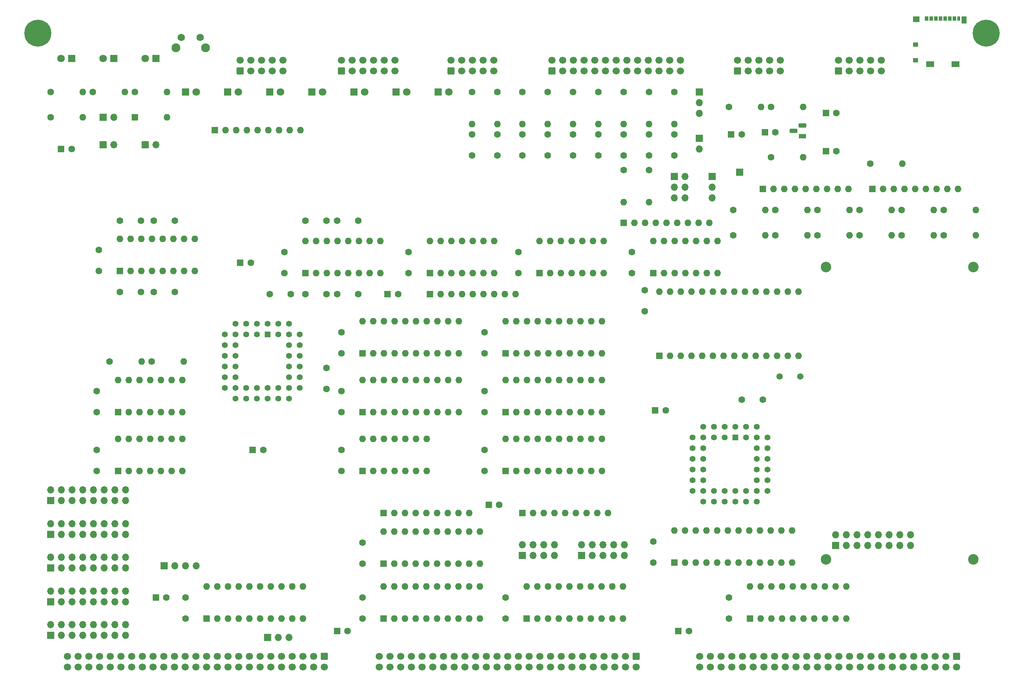
<source format=gbr>
%TF.GenerationSoftware,KiCad,Pcbnew,(6.0.11)*%
%TF.CreationDate,2023-11-08T11:43:00-05:00*%
%TF.ProjectId,input-output.Multi,696e7075-742d-46f7-9574-7075742e4d75,rev?*%
%TF.SameCoordinates,Original*%
%TF.FileFunction,Soldermask,Top*%
%TF.FilePolarity,Negative*%
%FSLAX46Y46*%
G04 Gerber Fmt 4.6, Leading zero omitted, Abs format (unit mm)*
G04 Created by KiCad (PCBNEW (6.0.11)) date 2023-11-08 11:43:00*
%MOMM*%
%LPD*%
G01*
G04 APERTURE LIST*
G04 Aperture macros list*
%AMRoundRect*
0 Rectangle with rounded corners*
0 $1 Rounding radius*
0 $2 $3 $4 $5 $6 $7 $8 $9 X,Y pos of 4 corners*
0 Add a 4 corners polygon primitive as box body*
4,1,4,$2,$3,$4,$5,$6,$7,$8,$9,$2,$3,0*
0 Add four circle primitives for the rounded corners*
1,1,$1+$1,$2,$3*
1,1,$1+$1,$4,$5*
1,1,$1+$1,$6,$7*
1,1,$1+$1,$8,$9*
0 Add four rect primitives between the rounded corners*
20,1,$1+$1,$2,$3,$4,$5,0*
20,1,$1+$1,$4,$5,$6,$7,0*
20,1,$1+$1,$6,$7,$8,$9,0*
20,1,$1+$1,$8,$9,$2,$3,0*%
G04 Aperture macros list end*
%ADD10R,1.600000X1.600000*%
%ADD11C,1.600000*%
%ADD12O,1.600000X1.600000*%
%ADD13R,1.800000X1.800000*%
%ADD14C,1.800000*%
%ADD15C,6.400000*%
%ADD16R,1.700000X1.700000*%
%ADD17O,1.700000X1.700000*%
%ADD18RoundRect,0.250000X0.600000X-0.600000X0.600000X0.600000X-0.600000X0.600000X-0.600000X-0.600000X0*%
%ADD19C,1.700000*%
%ADD20R,1.422400X1.422400*%
%ADD21C,1.422400*%
%ADD22R,1.800000X1.100000*%
%ADD23RoundRect,0.275000X0.625000X-0.275000X0.625000X0.275000X-0.625000X0.275000X-0.625000X-0.275000X0*%
%ADD24C,2.100000*%
%ADD25C,1.750000*%
%ADD26RoundRect,0.250000X-0.600000X0.600000X-0.600000X-0.600000X0.600000X-0.600000X0.600000X0.600000X0*%
%ADD27R,0.850000X1.100000*%
%ADD28R,0.750000X1.100000*%
%ADD29R,1.200000X1.000000*%
%ADD30R,1.170000X1.800000*%
%ADD31R,1.900000X1.350000*%
%ADD32R,1.550000X1.350000*%
%ADD33C,1.500000*%
%ADD34C,2.500000*%
G04 APERTURE END LIST*
D10*
%TO.C,C1*%
X45500000Y-102500000D03*
D11*
X48000000Y-102500000D03*
%TD*%
D10*
%TO.C,C21*%
X204500000Y-99000000D03*
D11*
X207000000Y-99000000D03*
%TD*%
D10*
%TO.C,C22*%
X212500000Y-98500000D03*
D11*
X215000000Y-98500000D03*
%TD*%
%TO.C,C23*%
X154000000Y-127000000D03*
X154000000Y-132000000D03*
%TD*%
%TO.C,C24*%
X184000000Y-136000000D03*
X184000000Y-141000000D03*
%TD*%
%TO.C,C25*%
X54000000Y-160000000D03*
X54000000Y-165000000D03*
%TD*%
%TO.C,C26*%
X128000000Y-127000000D03*
X128000000Y-132000000D03*
%TD*%
%TO.C,C27*%
X186000000Y-195750000D03*
X186000000Y-200750000D03*
%TD*%
%TO.C,C28*%
X112000000Y-160000000D03*
X112000000Y-165000000D03*
%TD*%
%TO.C,C29*%
X112000000Y-146000000D03*
X112000000Y-151000000D03*
%TD*%
%TO.C,C30*%
X112000000Y-174000000D03*
X112000000Y-179000000D03*
%TD*%
%TO.C,C32*%
X204000000Y-209000000D03*
X204000000Y-214000000D03*
%TD*%
%TO.C,C33*%
X151000000Y-209000000D03*
X151000000Y-214000000D03*
%TD*%
D10*
%TO.C,C34*%
X186500000Y-164550000D03*
D11*
X189000000Y-164550000D03*
%TD*%
D10*
%TO.C,C35*%
X68000000Y-209000000D03*
D11*
X70500000Y-209000000D03*
%TD*%
D10*
%TO.C,C45*%
X123000000Y-137000000D03*
D11*
X125500000Y-137000000D03*
%TD*%
%TO.C,C46*%
X117000000Y-209000000D03*
X117000000Y-214000000D03*
%TD*%
%TO.C,C47*%
X181000000Y-127000000D03*
X181000000Y-132000000D03*
%TD*%
%TO.C,C48*%
X54000000Y-174000000D03*
X54000000Y-179000000D03*
%TD*%
%TO.C,C49*%
X108500000Y-154500000D03*
X108500000Y-159500000D03*
%TD*%
%TO.C,C53*%
X95000000Y-137000000D03*
X100000000Y-137000000D03*
%TD*%
D10*
%TO.C,C54*%
X111000000Y-217000000D03*
D11*
X113500000Y-217000000D03*
%TD*%
D10*
%TO.C,C55*%
X91000000Y-174000000D03*
D11*
X93500000Y-174000000D03*
%TD*%
%TO.C,C56*%
X117000000Y-196000000D03*
X117000000Y-201000000D03*
%TD*%
%TO.C,C57*%
X146000000Y-146000000D03*
X146000000Y-151000000D03*
%TD*%
D10*
%TO.C,C65*%
X147000000Y-187000000D03*
D11*
X149500000Y-187000000D03*
%TD*%
D10*
%TO.C,C66*%
X88000000Y-129500000D03*
D11*
X90500000Y-129500000D03*
%TD*%
D10*
%TO.C,C72*%
X227000000Y-94000000D03*
D11*
X229500000Y-94000000D03*
%TD*%
D10*
%TO.C,C73*%
X227000000Y-103000000D03*
D11*
X229500000Y-103000000D03*
%TD*%
D10*
%TO.C,D1*%
X63000000Y-95000000D03*
D12*
X70620000Y-95000000D03*
%TD*%
D13*
%TO.C,D10*%
X135000000Y-89000000D03*
D14*
X137540000Y-89000000D03*
%TD*%
D15*
%TO.C,H2*%
X265000000Y-75000000D03*
%TD*%
D16*
%TO.C,J3*%
X65500000Y-101500000D03*
D17*
X68040000Y-101500000D03*
%TD*%
D18*
%TO.C,J6*%
X112000000Y-84000000D03*
D19*
X112000000Y-81460000D03*
X114540000Y-84000000D03*
X114540000Y-81460000D03*
X117080000Y-84000000D03*
X117080000Y-81460000D03*
X119620000Y-84000000D03*
X119620000Y-81460000D03*
X122160000Y-84000000D03*
X122160000Y-81460000D03*
X124700000Y-84000000D03*
X124700000Y-81460000D03*
%TD*%
D16*
%TO.C,J11*%
X191000000Y-109000000D03*
D17*
X193540000Y-109000000D03*
X191000000Y-111540000D03*
X193540000Y-111540000D03*
X191000000Y-114080000D03*
X193540000Y-114080000D03*
%TD*%
D16*
%TO.C,JP1*%
X55500000Y-95000000D03*
D17*
X58040000Y-95000000D03*
%TD*%
D18*
%TO.C,P4*%
X88000000Y-84000000D03*
D19*
X88000000Y-81460000D03*
X90540000Y-84000000D03*
X90540000Y-81460000D03*
X93080000Y-84000000D03*
X93080000Y-81460000D03*
X95620000Y-84000000D03*
X95620000Y-81460000D03*
X98160000Y-84000000D03*
X98160000Y-81460000D03*
%TD*%
D18*
%TO.C,P5*%
X138000000Y-84000000D03*
D19*
X138000000Y-81460000D03*
X140540000Y-84000000D03*
X140540000Y-81460000D03*
X143080000Y-84000000D03*
X143080000Y-81460000D03*
X145620000Y-84000000D03*
X145620000Y-81460000D03*
X148160000Y-84000000D03*
X148160000Y-81460000D03*
%TD*%
D11*
%TO.C,R2*%
X43000000Y-95000000D03*
D12*
X50620000Y-95000000D03*
%TD*%
D11*
%TO.C,R5*%
X53000000Y-89000000D03*
D12*
X60620000Y-89000000D03*
%TD*%
D11*
%TO.C,R8*%
X63000000Y-89000000D03*
D12*
X70620000Y-89000000D03*
%TD*%
D11*
%TO.C,R9*%
X57000000Y-153000000D03*
D12*
X64620000Y-153000000D03*
%TD*%
D11*
%TO.C,R12*%
X67000000Y-153000000D03*
D12*
X74620000Y-153000000D03*
%TD*%
D11*
%TO.C,R26*%
X191000000Y-89000000D03*
D12*
X191000000Y-96620000D03*
%TD*%
D11*
%TO.C,R31*%
X204000000Y-92500000D03*
D12*
X211620000Y-92500000D03*
%TD*%
D11*
%TO.C,R32*%
X214000000Y-92500000D03*
D12*
X221620000Y-92500000D03*
%TD*%
D11*
%TO.C,R33*%
X214000000Y-104500000D03*
D12*
X221620000Y-104500000D03*
%TD*%
D11*
%TO.C,R35*%
X179000000Y-107500000D03*
D12*
X179000000Y-115120000D03*
%TD*%
D11*
%TO.C,R36*%
X237500000Y-106000000D03*
D12*
X245120000Y-106000000D03*
%TD*%
D10*
%TO.C,RN1*%
X212000000Y-112000000D03*
D12*
X214540000Y-112000000D03*
X217080000Y-112000000D03*
X219620000Y-112000000D03*
X222160000Y-112000000D03*
X224700000Y-112000000D03*
X227240000Y-112000000D03*
X229780000Y-112000000D03*
X232320000Y-112000000D03*
%TD*%
D10*
%TO.C,RN4*%
X238000000Y-112000000D03*
D12*
X240540000Y-112000000D03*
X243080000Y-112000000D03*
X245620000Y-112000000D03*
X248160000Y-112000000D03*
X250700000Y-112000000D03*
X253240000Y-112000000D03*
X255780000Y-112000000D03*
X258320000Y-112000000D03*
%TD*%
D10*
%TO.C,RN8*%
X179000000Y-120000000D03*
D12*
X181540000Y-120000000D03*
X184080000Y-120000000D03*
X186620000Y-120000000D03*
X189160000Y-120000000D03*
X191700000Y-120000000D03*
X194240000Y-120000000D03*
X196780000Y-120000000D03*
X199320000Y-120000000D03*
%TD*%
D16*
%TO.C,SW2*%
X155000000Y-199000000D03*
D17*
X155000000Y-196460000D03*
X157540000Y-199000000D03*
X157540000Y-196460000D03*
X160080000Y-199000000D03*
X160080000Y-196460000D03*
X162620000Y-199000000D03*
X162620000Y-196460000D03*
%TD*%
D10*
%TO.C,U2*%
X122000000Y-201000000D03*
D12*
X124540000Y-201000000D03*
X127080000Y-201000000D03*
X129620000Y-201000000D03*
X132160000Y-201000000D03*
X134700000Y-201000000D03*
X137240000Y-201000000D03*
X139780000Y-201000000D03*
X142320000Y-201000000D03*
X144860000Y-201000000D03*
X144860000Y-193380000D03*
X142320000Y-193380000D03*
X139780000Y-193380000D03*
X137240000Y-193380000D03*
X134700000Y-193380000D03*
X132160000Y-193380000D03*
X129620000Y-193380000D03*
X127080000Y-193380000D03*
X124540000Y-193380000D03*
X122000000Y-193380000D03*
%TD*%
D10*
%TO.C,U3*%
X122000000Y-214000000D03*
D12*
X124540000Y-214000000D03*
X127080000Y-214000000D03*
X129620000Y-214000000D03*
X132160000Y-214000000D03*
X134700000Y-214000000D03*
X137240000Y-214000000D03*
X139780000Y-214000000D03*
X142320000Y-214000000D03*
X144860000Y-214000000D03*
X144860000Y-206380000D03*
X142320000Y-206380000D03*
X139780000Y-206380000D03*
X137240000Y-206380000D03*
X134700000Y-206380000D03*
X132160000Y-206380000D03*
X129620000Y-206380000D03*
X127080000Y-206380000D03*
X124540000Y-206380000D03*
X122000000Y-206380000D03*
%TD*%
D20*
%TO.C,U4*%
X94500000Y-146500000D03*
D21*
X91960000Y-143960000D03*
X91960000Y-146500000D03*
X89420000Y-143960000D03*
X89420000Y-146500000D03*
X86880000Y-143960000D03*
X84340000Y-146500000D03*
X86880000Y-146500000D03*
X84340000Y-149040000D03*
X86880000Y-149040000D03*
X84340000Y-151580000D03*
X86880000Y-151580000D03*
X84340000Y-154120000D03*
X86880000Y-154120000D03*
X84340000Y-156660000D03*
X86880000Y-156660000D03*
X84340000Y-159200000D03*
X86880000Y-161740000D03*
X86880000Y-159200000D03*
X89420000Y-161740000D03*
X89420000Y-159200000D03*
X91960000Y-161740000D03*
X91960000Y-159200000D03*
X94500000Y-161740000D03*
X94500000Y-159200000D03*
X97040000Y-161740000D03*
X97040000Y-159200000D03*
X99580000Y-161740000D03*
X102120000Y-159200000D03*
X99580000Y-159200000D03*
X102120000Y-156660000D03*
X99580000Y-156660000D03*
X102120000Y-154120000D03*
X99580000Y-154120000D03*
X102120000Y-151580000D03*
X99580000Y-151580000D03*
X102120000Y-149040000D03*
X99580000Y-149040000D03*
X102120000Y-146500000D03*
X99580000Y-143960000D03*
X99580000Y-146500000D03*
X97040000Y-143960000D03*
X97040000Y-146500000D03*
X94500000Y-143960000D03*
%TD*%
D10*
%TO.C,U5*%
X209000000Y-214000000D03*
D12*
X211540000Y-214000000D03*
X214080000Y-214000000D03*
X216620000Y-214000000D03*
X219160000Y-214000000D03*
X221700000Y-214000000D03*
X224240000Y-214000000D03*
X226780000Y-214000000D03*
X229320000Y-214000000D03*
X231860000Y-214000000D03*
X231860000Y-206380000D03*
X229320000Y-206380000D03*
X226780000Y-206380000D03*
X224240000Y-206380000D03*
X221700000Y-206380000D03*
X219160000Y-206380000D03*
X216620000Y-206380000D03*
X214080000Y-206380000D03*
X211540000Y-206380000D03*
X209000000Y-206380000D03*
%TD*%
D10*
%TO.C,U6*%
X117000000Y-179000000D03*
D12*
X119540000Y-179000000D03*
X122080000Y-179000000D03*
X124620000Y-179000000D03*
X127160000Y-179000000D03*
X129700000Y-179000000D03*
X132240000Y-179000000D03*
X132240000Y-171380000D03*
X129700000Y-171380000D03*
X127160000Y-171380000D03*
X124620000Y-171380000D03*
X122080000Y-171380000D03*
X119540000Y-171380000D03*
X117000000Y-171380000D03*
%TD*%
D10*
%TO.C,U7*%
X80000000Y-214000000D03*
D12*
X82540000Y-214000000D03*
X85080000Y-214000000D03*
X87620000Y-214000000D03*
X90160000Y-214000000D03*
X92700000Y-214000000D03*
X95240000Y-214000000D03*
X97780000Y-214000000D03*
X100320000Y-214000000D03*
X102860000Y-214000000D03*
X102860000Y-206380000D03*
X100320000Y-206380000D03*
X97780000Y-206380000D03*
X95240000Y-206380000D03*
X92700000Y-206380000D03*
X90160000Y-206380000D03*
X87620000Y-206380000D03*
X85080000Y-206380000D03*
X82540000Y-206380000D03*
X80000000Y-206380000D03*
%TD*%
D10*
%TO.C,U10*%
X59000000Y-179000000D03*
D12*
X61540000Y-179000000D03*
X64080000Y-179000000D03*
X66620000Y-179000000D03*
X69160000Y-179000000D03*
X71700000Y-179000000D03*
X74240000Y-179000000D03*
X74240000Y-171380000D03*
X71700000Y-171380000D03*
X69160000Y-171380000D03*
X66620000Y-171380000D03*
X64080000Y-171380000D03*
X61540000Y-171380000D03*
X59000000Y-171380000D03*
%TD*%
D10*
%TO.C,U16*%
X159000000Y-132000000D03*
D12*
X161540000Y-132000000D03*
X164080000Y-132000000D03*
X166620000Y-132000000D03*
X169160000Y-132000000D03*
X171700000Y-132000000D03*
X174240000Y-132000000D03*
X174240000Y-124380000D03*
X171700000Y-124380000D03*
X169160000Y-124380000D03*
X166620000Y-124380000D03*
X164080000Y-124380000D03*
X161540000Y-124380000D03*
X159000000Y-124380000D03*
%TD*%
D10*
%TO.C,U19*%
X133000000Y-132000000D03*
D12*
X135540000Y-132000000D03*
X138080000Y-132000000D03*
X140620000Y-132000000D03*
X143160000Y-132000000D03*
X145700000Y-132000000D03*
X148240000Y-132000000D03*
X148240000Y-124380000D03*
X145700000Y-124380000D03*
X143160000Y-124380000D03*
X140620000Y-124380000D03*
X138080000Y-124380000D03*
X135540000Y-124380000D03*
X133000000Y-124380000D03*
%TD*%
D10*
%TO.C,U21*%
X151000000Y-165000000D03*
D12*
X153540000Y-165000000D03*
X156080000Y-165000000D03*
X158620000Y-165000000D03*
X161160000Y-165000000D03*
X163700000Y-165000000D03*
X166240000Y-165000000D03*
X168780000Y-165000000D03*
X171320000Y-165000000D03*
X173860000Y-165000000D03*
X173860000Y-157380000D03*
X171320000Y-157380000D03*
X168780000Y-157380000D03*
X166240000Y-157380000D03*
X163700000Y-157380000D03*
X161160000Y-157380000D03*
X158620000Y-157380000D03*
X156080000Y-157380000D03*
X153540000Y-157380000D03*
X151000000Y-157380000D03*
%TD*%
D10*
%TO.C,U25*%
X186000000Y-132000000D03*
D12*
X188540000Y-132000000D03*
X191080000Y-132000000D03*
X193620000Y-132000000D03*
X196160000Y-132000000D03*
X198700000Y-132000000D03*
X201240000Y-132000000D03*
X201240000Y-124380000D03*
X198700000Y-124380000D03*
X196160000Y-124380000D03*
X193620000Y-124380000D03*
X191080000Y-124380000D03*
X188540000Y-124380000D03*
X186000000Y-124380000D03*
%TD*%
D20*
%TO.C,U26*%
X205500000Y-171050000D03*
D21*
X202960000Y-168510000D03*
X202960000Y-171050000D03*
X200420000Y-168510000D03*
X200420000Y-171050000D03*
X197880000Y-168510000D03*
X195340000Y-171050000D03*
X197880000Y-171050000D03*
X195340000Y-173590000D03*
X197880000Y-173590000D03*
X195340000Y-176130000D03*
X197880000Y-176130000D03*
X195340000Y-178670000D03*
X197880000Y-178670000D03*
X195340000Y-181210000D03*
X197880000Y-181210000D03*
X195340000Y-183750000D03*
X197880000Y-186290000D03*
X197880000Y-183750000D03*
X200420000Y-186290000D03*
X200420000Y-183750000D03*
X202960000Y-186290000D03*
X202960000Y-183750000D03*
X205500000Y-186290000D03*
X205500000Y-183750000D03*
X208040000Y-186290000D03*
X208040000Y-183750000D03*
X210580000Y-186290000D03*
X213120000Y-183750000D03*
X210580000Y-183750000D03*
X213120000Y-181210000D03*
X210580000Y-181210000D03*
X213120000Y-178670000D03*
X210580000Y-178670000D03*
X213120000Y-176130000D03*
X210580000Y-176130000D03*
X213120000Y-173590000D03*
X210580000Y-173590000D03*
X213120000Y-171050000D03*
X210580000Y-168510000D03*
X210580000Y-171050000D03*
X208040000Y-168510000D03*
X208040000Y-171050000D03*
X205500000Y-168510000D03*
%TD*%
D10*
%TO.C,U27*%
X187475000Y-151625000D03*
D12*
X190015000Y-151625000D03*
X192555000Y-151625000D03*
X195095000Y-151625000D03*
X197635000Y-151625000D03*
X200175000Y-151625000D03*
X202715000Y-151625000D03*
X205255000Y-151625000D03*
X207795000Y-151625000D03*
X210335000Y-151625000D03*
X212875000Y-151625000D03*
X215415000Y-151625000D03*
X217955000Y-151625000D03*
X220495000Y-151625000D03*
X220495000Y-136385000D03*
X217955000Y-136385000D03*
X215415000Y-136385000D03*
X212875000Y-136385000D03*
X210335000Y-136385000D03*
X207795000Y-136385000D03*
X205255000Y-136385000D03*
X202715000Y-136385000D03*
X200175000Y-136385000D03*
X197635000Y-136385000D03*
X195095000Y-136385000D03*
X192555000Y-136385000D03*
X190015000Y-136385000D03*
X187475000Y-136385000D03*
%TD*%
D22*
%TO.C,U32*%
X221400000Y-99500000D03*
D23*
X219330000Y-98230000D03*
X221400000Y-96960000D03*
%TD*%
D16*
%TO.C,J1*%
X43000000Y-194000000D03*
D17*
X43000000Y-191460000D03*
X45540000Y-194000000D03*
X45540000Y-191460000D03*
X48080000Y-194000000D03*
X48080000Y-191460000D03*
X50620000Y-194000000D03*
X50620000Y-191460000D03*
X53160000Y-194000000D03*
X53160000Y-191460000D03*
X55700000Y-194000000D03*
X55700000Y-191460000D03*
X58240000Y-194000000D03*
X58240000Y-191460000D03*
X60780000Y-194000000D03*
X60780000Y-191460000D03*
%TD*%
D16*
%TO.C,J5*%
X43000000Y-210000000D03*
D17*
X43000000Y-207460000D03*
X45540000Y-210000000D03*
X45540000Y-207460000D03*
X48080000Y-210000000D03*
X48080000Y-207460000D03*
X50620000Y-210000000D03*
X50620000Y-207460000D03*
X53160000Y-210000000D03*
X53160000Y-207460000D03*
X55700000Y-210000000D03*
X55700000Y-207460000D03*
X58240000Y-210000000D03*
X58240000Y-207460000D03*
X60780000Y-210000000D03*
X60780000Y-207460000D03*
%TD*%
D16*
%TO.C,J12*%
X43000000Y-218000000D03*
D17*
X43000000Y-215460000D03*
X45540000Y-218000000D03*
X45540000Y-215460000D03*
X48080000Y-218000000D03*
X48080000Y-215460000D03*
X50620000Y-218000000D03*
X50620000Y-215460000D03*
X53160000Y-218000000D03*
X53160000Y-215460000D03*
X55700000Y-218000000D03*
X55700000Y-215460000D03*
X58240000Y-218000000D03*
X58240000Y-215460000D03*
X60780000Y-218000000D03*
X60780000Y-215460000D03*
%TD*%
D10*
%TO.C,U1*%
X59000000Y-165000000D03*
D12*
X61540000Y-165000000D03*
X64080000Y-165000000D03*
X66620000Y-165000000D03*
X69160000Y-165000000D03*
X71700000Y-165000000D03*
X74240000Y-165000000D03*
X74240000Y-157380000D03*
X71700000Y-157380000D03*
X69160000Y-157380000D03*
X66620000Y-157380000D03*
X64080000Y-157380000D03*
X61540000Y-157380000D03*
X59000000Y-157380000D03*
%TD*%
D11*
%TO.C,R20*%
X167000000Y-89000000D03*
D12*
X167000000Y-96620000D03*
%TD*%
D11*
%TO.C,C18*%
X185000000Y-99000000D03*
X185000000Y-104000000D03*
%TD*%
D18*
%TO.C,J14*%
X206000000Y-84000000D03*
D19*
X206000000Y-81460000D03*
X208540000Y-84000000D03*
X208540000Y-81460000D03*
X211080000Y-84000000D03*
X211080000Y-81460000D03*
X213620000Y-84000000D03*
X213620000Y-81460000D03*
X216160000Y-84000000D03*
X216160000Y-81460000D03*
%TD*%
D18*
%TO.C,J15*%
X230000000Y-84000000D03*
D19*
X230000000Y-81460000D03*
X232540000Y-84000000D03*
X232540000Y-81460000D03*
X235080000Y-84000000D03*
X235080000Y-81460000D03*
X237620000Y-84000000D03*
X237620000Y-81460000D03*
X240160000Y-84000000D03*
X240160000Y-81460000D03*
%TD*%
D16*
%TO.C,J2*%
X43000000Y-202000000D03*
D17*
X43000000Y-199460000D03*
X45540000Y-202000000D03*
X45540000Y-199460000D03*
X48080000Y-202000000D03*
X48080000Y-199460000D03*
X50620000Y-202000000D03*
X50620000Y-199460000D03*
X53160000Y-202000000D03*
X53160000Y-199460000D03*
X55700000Y-202000000D03*
X55700000Y-199460000D03*
X58240000Y-202000000D03*
X58240000Y-199460000D03*
X60780000Y-202000000D03*
X60780000Y-199460000D03*
%TD*%
D11*
%TO.C,C12*%
X149000000Y-99000000D03*
X149000000Y-104000000D03*
%TD*%
%TO.C,C13*%
X155000000Y-99000000D03*
X155000000Y-104000000D03*
%TD*%
%TO.C,C14*%
X161000000Y-99000000D03*
X161000000Y-104000000D03*
%TD*%
%TO.C,C15*%
X167000000Y-99000000D03*
X167000000Y-104000000D03*
%TD*%
%TO.C,C16*%
X173000000Y-99000000D03*
X173000000Y-104000000D03*
%TD*%
%TO.C,C17*%
X179000000Y-99000000D03*
X179000000Y-104000000D03*
%TD*%
%TO.C,C19*%
X191000000Y-99000000D03*
X191000000Y-104000000D03*
%TD*%
%TO.C,C20*%
X143000000Y-99000000D03*
X143000000Y-104000000D03*
%TD*%
%TO.C,C9*%
X98500000Y-127000000D03*
X98500000Y-132000000D03*
%TD*%
D18*
%TO.C,P6*%
X162000000Y-84000000D03*
D19*
X162000000Y-81460000D03*
X164540000Y-84000000D03*
X164540000Y-81460000D03*
X167080000Y-84000000D03*
X167080000Y-81460000D03*
X169620000Y-84000000D03*
X169620000Y-81460000D03*
X172160000Y-84000000D03*
X172160000Y-81460000D03*
X174700000Y-84000000D03*
X174700000Y-81460000D03*
X177240000Y-84000000D03*
X177240000Y-81460000D03*
X179780000Y-84000000D03*
X179780000Y-81460000D03*
X182320000Y-84000000D03*
X182320000Y-81460000D03*
X184860000Y-84000000D03*
X184860000Y-81460000D03*
X187400000Y-84000000D03*
X187400000Y-81460000D03*
X189940000Y-84000000D03*
X189940000Y-81460000D03*
X192480000Y-84000000D03*
X192480000Y-81460000D03*
%TD*%
D11*
%TO.C,R17*%
X149000000Y-89000000D03*
D12*
X149000000Y-96620000D03*
%TD*%
D11*
%TO.C,R18*%
X155000000Y-89000000D03*
D12*
X155000000Y-96620000D03*
%TD*%
D11*
%TO.C,R19*%
X161000000Y-89000000D03*
D12*
X161000000Y-96620000D03*
%TD*%
D11*
%TO.C,R23*%
X173000000Y-89000000D03*
D12*
X173000000Y-96620000D03*
%TD*%
D11*
%TO.C,R24*%
X179000000Y-89000000D03*
D12*
X179000000Y-96620000D03*
%TD*%
D11*
%TO.C,R25*%
X185000000Y-89000000D03*
D12*
X185000000Y-96620000D03*
%TD*%
D11*
%TO.C,R28*%
X143000000Y-89000000D03*
D12*
X143000000Y-96620000D03*
%TD*%
D10*
%TO.C,RN7*%
X133000000Y-137000000D03*
D12*
X135540000Y-137000000D03*
X138080000Y-137000000D03*
X140620000Y-137000000D03*
X143160000Y-137000000D03*
X145700000Y-137000000D03*
X148240000Y-137000000D03*
X150780000Y-137000000D03*
X153320000Y-137000000D03*
%TD*%
D10*
%TO.C,U12*%
X156000000Y-214000000D03*
D12*
X158540000Y-214000000D03*
X161080000Y-214000000D03*
X163620000Y-214000000D03*
X166160000Y-214000000D03*
X168700000Y-214000000D03*
X171240000Y-214000000D03*
X173780000Y-214000000D03*
X176320000Y-214000000D03*
X178860000Y-214000000D03*
X178860000Y-206380000D03*
X176320000Y-206380000D03*
X173780000Y-206380000D03*
X171240000Y-206380000D03*
X168700000Y-206380000D03*
X166160000Y-206380000D03*
X163620000Y-206380000D03*
X161080000Y-206380000D03*
X158540000Y-206380000D03*
X156000000Y-206380000D03*
%TD*%
D10*
%TO.C,U18*%
X117000000Y-151000000D03*
D12*
X119540000Y-151000000D03*
X122080000Y-151000000D03*
X124620000Y-151000000D03*
X127160000Y-151000000D03*
X129700000Y-151000000D03*
X132240000Y-151000000D03*
X134780000Y-151000000D03*
X137320000Y-151000000D03*
X139860000Y-151000000D03*
X139860000Y-143380000D03*
X137320000Y-143380000D03*
X134780000Y-143380000D03*
X132240000Y-143380000D03*
X129700000Y-143380000D03*
X127160000Y-143380000D03*
X124620000Y-143380000D03*
X122080000Y-143380000D03*
X119540000Y-143380000D03*
X117000000Y-143380000D03*
%TD*%
D10*
%TO.C,U20*%
X151000000Y-151000000D03*
D12*
X153540000Y-151000000D03*
X156080000Y-151000000D03*
X158620000Y-151000000D03*
X161160000Y-151000000D03*
X163700000Y-151000000D03*
X166240000Y-151000000D03*
X168780000Y-151000000D03*
X171320000Y-151000000D03*
X173860000Y-151000000D03*
X173860000Y-143380000D03*
X171320000Y-143380000D03*
X168780000Y-143380000D03*
X166240000Y-143380000D03*
X163700000Y-143380000D03*
X161160000Y-143380000D03*
X158620000Y-143380000D03*
X156080000Y-143380000D03*
X153540000Y-143380000D03*
X151000000Y-143380000D03*
%TD*%
D10*
%TO.C,U22*%
X117000000Y-165000000D03*
D12*
X119540000Y-165000000D03*
X122080000Y-165000000D03*
X124620000Y-165000000D03*
X127160000Y-165000000D03*
X129700000Y-165000000D03*
X132240000Y-165000000D03*
X134780000Y-165000000D03*
X137320000Y-165000000D03*
X139860000Y-165000000D03*
X139860000Y-157380000D03*
X137320000Y-157380000D03*
X134780000Y-157380000D03*
X132240000Y-157380000D03*
X129700000Y-157380000D03*
X127160000Y-157380000D03*
X124620000Y-157380000D03*
X122080000Y-157380000D03*
X119540000Y-157380000D03*
X117000000Y-157380000D03*
%TD*%
D10*
%TO.C,U23*%
X151000000Y-179000000D03*
D12*
X153540000Y-179000000D03*
X156080000Y-179000000D03*
X158620000Y-179000000D03*
X161160000Y-179000000D03*
X163700000Y-179000000D03*
X166240000Y-179000000D03*
X168780000Y-179000000D03*
X171320000Y-179000000D03*
X173860000Y-179000000D03*
X173860000Y-171380000D03*
X171320000Y-171380000D03*
X168780000Y-171380000D03*
X166240000Y-171380000D03*
X163700000Y-171380000D03*
X161160000Y-171380000D03*
X158620000Y-171380000D03*
X156080000Y-171380000D03*
X153540000Y-171380000D03*
X151000000Y-171380000D03*
%TD*%
D16*
%TO.C,J10*%
X200000000Y-109000000D03*
D17*
X200000000Y-111540000D03*
X200000000Y-114080000D03*
%TD*%
D11*
%TO.C,C51*%
X146000000Y-174000000D03*
X146000000Y-179000000D03*
%TD*%
%TO.C,C31*%
X75000000Y-209000000D03*
X75000000Y-214000000D03*
%TD*%
D16*
%TO.C,J13*%
X43000000Y-186000000D03*
D17*
X43000000Y-183460000D03*
X45540000Y-186000000D03*
X45540000Y-183460000D03*
X48080000Y-186000000D03*
X48080000Y-183460000D03*
X50620000Y-186000000D03*
X50620000Y-183460000D03*
X53160000Y-186000000D03*
X53160000Y-183460000D03*
X55700000Y-186000000D03*
X55700000Y-183460000D03*
X58240000Y-186000000D03*
X58240000Y-183460000D03*
X60780000Y-186000000D03*
X60780000Y-183460000D03*
%TD*%
D11*
%TO.C,C52*%
X207000000Y-162050000D03*
X212000000Y-162050000D03*
%TD*%
%TO.C,C2*%
X59500000Y-136500000D03*
X64500000Y-136500000D03*
%TD*%
%TO.C,C3*%
X67500000Y-136500000D03*
X72500000Y-136500000D03*
%TD*%
%TO.C,C4*%
X103500000Y-137000000D03*
X108500000Y-137000000D03*
%TD*%
%TO.C,C5*%
X111000000Y-137000000D03*
X116000000Y-137000000D03*
%TD*%
%TO.C,C6*%
X59500000Y-119500000D03*
X64500000Y-119500000D03*
%TD*%
%TO.C,C8*%
X103500000Y-119500000D03*
X108500000Y-119500000D03*
%TD*%
%TO.C,C10*%
X67500000Y-119500000D03*
X72500000Y-119500000D03*
%TD*%
%TO.C,C11*%
X111000000Y-119500000D03*
X116000000Y-119500000D03*
%TD*%
%TO.C,C50*%
X146000000Y-160000000D03*
X146000000Y-165000000D03*
%TD*%
D10*
%TO.C,U8*%
X59500000Y-131500000D03*
D12*
X62040000Y-131500000D03*
X64580000Y-131500000D03*
X67120000Y-131500000D03*
X69660000Y-131500000D03*
X72200000Y-131500000D03*
X74740000Y-131500000D03*
X77280000Y-131500000D03*
X77280000Y-123880000D03*
X74740000Y-123880000D03*
X72200000Y-123880000D03*
X69660000Y-123880000D03*
X67120000Y-123880000D03*
X64580000Y-123880000D03*
X62040000Y-123880000D03*
X59500000Y-123880000D03*
%TD*%
D10*
%TO.C,U9*%
X103500000Y-132000000D03*
D12*
X106040000Y-132000000D03*
X108580000Y-132000000D03*
X111120000Y-132000000D03*
X113660000Y-132000000D03*
X116200000Y-132000000D03*
X118740000Y-132000000D03*
X121280000Y-132000000D03*
X121280000Y-124380000D03*
X118740000Y-124380000D03*
X116200000Y-124380000D03*
X113660000Y-124380000D03*
X111120000Y-124380000D03*
X108580000Y-124380000D03*
X106040000Y-124380000D03*
X103500000Y-124380000D03*
%TD*%
D13*
%TO.C,D2*%
X58000000Y-81000000D03*
D14*
X55460000Y-81000000D03*
%TD*%
D15*
%TO.C,H1*%
X40000000Y-75000000D03*
%TD*%
D11*
%TO.C,R37*%
X43000000Y-89000000D03*
D12*
X50620000Y-89000000D03*
%TD*%
D24*
%TO.C,SW1*%
X79760000Y-78490000D03*
X72750000Y-78490000D03*
D25*
X74000000Y-76000000D03*
X78500000Y-76000000D03*
%TD*%
D13*
%TO.C,D9*%
X68000000Y-81000000D03*
D14*
X65460000Y-81000000D03*
%TD*%
D13*
%TO.C,D11*%
X48000000Y-81000000D03*
D14*
X45460000Y-81000000D03*
%TD*%
D13*
%TO.C,D5*%
X75000000Y-89000000D03*
D14*
X77540000Y-89000000D03*
%TD*%
D13*
%TO.C,D4*%
X85000000Y-89000000D03*
D14*
X87540000Y-89000000D03*
%TD*%
D13*
%TO.C,D3*%
X95000000Y-89000000D03*
D14*
X97540000Y-89000000D03*
%TD*%
D13*
%TO.C,D6*%
X105000000Y-89000000D03*
D14*
X107540000Y-89000000D03*
%TD*%
D13*
%TO.C,D8*%
X125000000Y-89000000D03*
D14*
X127540000Y-89000000D03*
%TD*%
D13*
%TO.C,D7*%
X115000000Y-89000000D03*
D14*
X117540000Y-89000000D03*
%TD*%
D10*
%TO.C,C44*%
X192000000Y-217000000D03*
D11*
X194500000Y-217000000D03*
%TD*%
D26*
%TO.C,P2*%
X182000000Y-223000000D03*
D19*
X182000000Y-225540000D03*
X179460000Y-223000000D03*
X179460000Y-225540000D03*
X176920000Y-223000000D03*
X176920000Y-225540000D03*
X174380000Y-223000000D03*
X174380000Y-225540000D03*
X171840000Y-223000000D03*
X171840000Y-225540000D03*
X169300000Y-223000000D03*
X169300000Y-225540000D03*
X166760000Y-223000000D03*
X166760000Y-225540000D03*
X164220000Y-223000000D03*
X164220000Y-225540000D03*
X161680000Y-223000000D03*
X161680000Y-225540000D03*
X159140000Y-223000000D03*
X159140000Y-225540000D03*
X156600000Y-223000000D03*
X156600000Y-225540000D03*
X154060000Y-223000000D03*
X154060000Y-225540000D03*
X151520000Y-223000000D03*
X151520000Y-225540000D03*
X148980000Y-223000000D03*
X148980000Y-225540000D03*
X146440000Y-223000000D03*
X146440000Y-225540000D03*
X143900000Y-223000000D03*
X143900000Y-225540000D03*
X141360000Y-223000000D03*
X141360000Y-225540000D03*
X138820000Y-223000000D03*
X138820000Y-225540000D03*
X136280000Y-223000000D03*
X136280000Y-225540000D03*
X133740000Y-223000000D03*
X133740000Y-225540000D03*
X131200000Y-223000000D03*
X131200000Y-225540000D03*
X128660000Y-223000000D03*
X128660000Y-225540000D03*
X126120000Y-223000000D03*
X126120000Y-225540000D03*
X123580000Y-223000000D03*
X123580000Y-225540000D03*
X121040000Y-223000000D03*
X121040000Y-225540000D03*
%TD*%
D26*
%TO.C,P3*%
X258000000Y-223000000D03*
D19*
X258000000Y-225540000D03*
X255460000Y-223000000D03*
X255460000Y-225540000D03*
X252920000Y-223000000D03*
X252920000Y-225540000D03*
X250380000Y-223000000D03*
X250380000Y-225540000D03*
X247840000Y-223000000D03*
X247840000Y-225540000D03*
X245300000Y-223000000D03*
X245300000Y-225540000D03*
X242760000Y-223000000D03*
X242760000Y-225540000D03*
X240220000Y-223000000D03*
X240220000Y-225540000D03*
X237680000Y-223000000D03*
X237680000Y-225540000D03*
X235140000Y-223000000D03*
X235140000Y-225540000D03*
X232600000Y-223000000D03*
X232600000Y-225540000D03*
X230060000Y-223000000D03*
X230060000Y-225540000D03*
X227520000Y-223000000D03*
X227520000Y-225540000D03*
X224980000Y-223000000D03*
X224980000Y-225540000D03*
X222440000Y-223000000D03*
X222440000Y-225540000D03*
X219900000Y-223000000D03*
X219900000Y-225540000D03*
X217360000Y-223000000D03*
X217360000Y-225540000D03*
X214820000Y-223000000D03*
X214820000Y-225540000D03*
X212280000Y-223000000D03*
X212280000Y-225540000D03*
X209740000Y-223000000D03*
X209740000Y-225540000D03*
X207200000Y-223000000D03*
X207200000Y-225540000D03*
X204660000Y-223000000D03*
X204660000Y-225540000D03*
X202120000Y-223000000D03*
X202120000Y-225540000D03*
X199580000Y-223000000D03*
X199580000Y-225540000D03*
X197040000Y-223000000D03*
X197040000Y-225540000D03*
%TD*%
D10*
%TO.C,U11*%
X191000000Y-200750000D03*
D12*
X193540000Y-200750000D03*
X196080000Y-200750000D03*
X198620000Y-200750000D03*
X201160000Y-200750000D03*
X203700000Y-200750000D03*
X206240000Y-200750000D03*
X208780000Y-200750000D03*
X211320000Y-200750000D03*
X213860000Y-200750000D03*
X216400000Y-200750000D03*
X218940000Y-200750000D03*
X218940000Y-193130000D03*
X216400000Y-193130000D03*
X213860000Y-193130000D03*
X211320000Y-193130000D03*
X208780000Y-193130000D03*
X206240000Y-193130000D03*
X203700000Y-193130000D03*
X201160000Y-193130000D03*
X198620000Y-193130000D03*
X196080000Y-193130000D03*
X193540000Y-193130000D03*
X191000000Y-193130000D03*
%TD*%
D26*
%TO.C,P1*%
X108000000Y-223000000D03*
D19*
X108000000Y-225540000D03*
X105460000Y-223000000D03*
X105460000Y-225540000D03*
X102920000Y-223000000D03*
X102920000Y-225540000D03*
X100380000Y-223000000D03*
X100380000Y-225540000D03*
X97840000Y-223000000D03*
X97840000Y-225540000D03*
X95300000Y-223000000D03*
X95300000Y-225540000D03*
X92760000Y-223000000D03*
X92760000Y-225540000D03*
X90220000Y-223000000D03*
X90220000Y-225540000D03*
X87680000Y-223000000D03*
X87680000Y-225540000D03*
X85140000Y-223000000D03*
X85140000Y-225540000D03*
X82600000Y-223000000D03*
X82600000Y-225540000D03*
X80060000Y-223000000D03*
X80060000Y-225540000D03*
X77520000Y-223000000D03*
X77520000Y-225540000D03*
X74980000Y-223000000D03*
X74980000Y-225540000D03*
X72440000Y-223000000D03*
X72440000Y-225540000D03*
X69900000Y-223000000D03*
X69900000Y-225540000D03*
X67360000Y-223000000D03*
X67360000Y-225540000D03*
X64820000Y-223000000D03*
X64820000Y-225540000D03*
X62280000Y-223000000D03*
X62280000Y-225540000D03*
X59740000Y-223000000D03*
X59740000Y-225540000D03*
X57200000Y-223000000D03*
X57200000Y-225540000D03*
X54660000Y-223000000D03*
X54660000Y-225540000D03*
X52120000Y-223000000D03*
X52120000Y-225540000D03*
X49580000Y-223000000D03*
X49580000Y-225540000D03*
X47040000Y-223000000D03*
X47040000Y-225540000D03*
%TD*%
D16*
%TO.C,SW3*%
X169000000Y-199000000D03*
D17*
X169000000Y-196460000D03*
X171540000Y-199000000D03*
X171540000Y-196460000D03*
X174080000Y-199000000D03*
X174080000Y-196460000D03*
X176620000Y-199000000D03*
X176620000Y-196460000D03*
X179160000Y-199000000D03*
X179160000Y-196460000D03*
%TD*%
D10*
%TO.C,RN6*%
X155000000Y-189000000D03*
D12*
X157540000Y-189000000D03*
X160080000Y-189000000D03*
X162620000Y-189000000D03*
X165160000Y-189000000D03*
X167700000Y-189000000D03*
X170240000Y-189000000D03*
X172780000Y-189000000D03*
X175320000Y-189000000D03*
%TD*%
D10*
%TO.C,RN5*%
X122000000Y-189000000D03*
D12*
X124540000Y-189000000D03*
X127080000Y-189000000D03*
X129620000Y-189000000D03*
X132160000Y-189000000D03*
X134700000Y-189000000D03*
X137240000Y-189000000D03*
X139780000Y-189000000D03*
X142320000Y-189000000D03*
%TD*%
D11*
%TO.C,C7*%
X54500000Y-126500000D03*
X54500000Y-131500000D03*
%TD*%
D16*
%TO.C,J4*%
X55500000Y-101500000D03*
D17*
X58040000Y-101500000D03*
%TD*%
D27*
%TO.C,J8*%
X250895000Y-71550000D03*
X251995000Y-71550000D03*
X253095000Y-71550000D03*
X254195000Y-71550000D03*
X255295000Y-71550000D03*
X256395000Y-71550000D03*
X257495000Y-71550000D03*
D28*
X258545000Y-71550000D03*
D29*
X248260000Y-77700000D03*
X248260000Y-81400000D03*
D30*
X259755000Y-71900000D03*
D31*
X251760000Y-82375000D03*
X257730000Y-82375000D03*
D32*
X248435000Y-71675000D03*
%TD*%
D33*
%TO.C,Y1*%
X216000000Y-156500000D03*
X220880000Y-156500000D03*
%TD*%
D10*
%TO.C,RN9*%
X82000000Y-98000000D03*
D12*
X84540000Y-98000000D03*
X87080000Y-98000000D03*
X89620000Y-98000000D03*
X92160000Y-98000000D03*
X94700000Y-98000000D03*
X97240000Y-98000000D03*
X99780000Y-98000000D03*
X102320000Y-98000000D03*
%TD*%
D16*
%TO.C,P7*%
X70000000Y-201500000D03*
D17*
X72540000Y-201500000D03*
X75080000Y-201500000D03*
X77620000Y-201500000D03*
%TD*%
D16*
%TO.C,J20*%
X94475000Y-218500000D03*
D17*
X97015000Y-218500000D03*
X99555000Y-218500000D03*
%TD*%
D16*
%TO.C,J22*%
X197000000Y-100000000D03*
D17*
X197000000Y-102540000D03*
%TD*%
D11*
%TO.C,R16*%
X205000000Y-117000000D03*
D12*
X212620000Y-117000000D03*
%TD*%
D11*
%TO.C,R11*%
X185000000Y-107500000D03*
D12*
X185000000Y-115120000D03*
%TD*%
D11*
%TO.C,R6*%
X205000000Y-123000000D03*
D12*
X212620000Y-123000000D03*
%TD*%
D11*
%TO.C,R1*%
X235000000Y-117000000D03*
D12*
X242620000Y-117000000D03*
%TD*%
D11*
%TO.C,R3*%
X225000000Y-123000000D03*
D12*
X232620000Y-123000000D03*
%TD*%
D34*
%TO.C,J23*%
X262000000Y-130500000D03*
X227000000Y-130500000D03*
X227000000Y-200000000D03*
X262000000Y-200000000D03*
D16*
X229330000Y-196670000D03*
D17*
X229330000Y-194130000D03*
X231870000Y-196670000D03*
X231870000Y-194130000D03*
X234410000Y-196670000D03*
X234410000Y-194130000D03*
X236950000Y-196670000D03*
X236950000Y-194130000D03*
X239490000Y-196670000D03*
X239490000Y-194130000D03*
X242030000Y-196670000D03*
X242030000Y-194130000D03*
X244570000Y-196670000D03*
X244570000Y-194130000D03*
X247110000Y-196670000D03*
X247110000Y-194130000D03*
%TD*%
D16*
%TO.C,J21*%
X197000000Y-89000000D03*
D17*
X197000000Y-91540000D03*
X197000000Y-94080000D03*
%TD*%
D11*
%TO.C,R10*%
X255000000Y-123000000D03*
D12*
X262620000Y-123000000D03*
%TD*%
D11*
%TO.C,R13*%
X235000000Y-123000000D03*
D12*
X242620000Y-123000000D03*
%TD*%
D11*
%TO.C,R14*%
X225000000Y-117000000D03*
D12*
X232620000Y-117000000D03*
%TD*%
D11*
%TO.C,R21*%
X245000000Y-117000000D03*
D12*
X252620000Y-117000000D03*
%TD*%
D11*
%TO.C,R15*%
X215000000Y-117000000D03*
D12*
X222620000Y-117000000D03*
%TD*%
D16*
%TO.C,J7*%
X206500000Y-108000000D03*
%TD*%
D11*
%TO.C,R4*%
X215000000Y-123000000D03*
D12*
X222620000Y-123000000D03*
%TD*%
D11*
%TO.C,R7*%
X245000000Y-123000000D03*
D12*
X252620000Y-123000000D03*
%TD*%
D11*
%TO.C,R22*%
X255000000Y-117000000D03*
D12*
X262620000Y-117000000D03*
%TD*%
M02*

</source>
